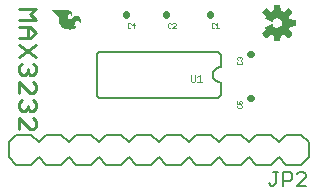
<source format=gbr>
G04 EAGLE Gerber RS-274X export*
G75*
%MOMM*%
%FSLAX34Y34*%
%LPD*%
%INSilkscreen Top*%
%IPPOS*%
%AMOC8*
5,1,8,0,0,1.08239X$1,22.5*%
G01*
%ADD10C,0.254000*%
%ADD11C,0.203200*%
%ADD12C,0.050800*%
%ADD13C,0.558800*%
%ADD14C,0.025400*%
%ADD15C,0.127000*%

G36*
X229215Y104497D02*
X229215Y104497D01*
X229322Y104511D01*
X229334Y104517D01*
X229348Y104519D01*
X229444Y104570D01*
X229541Y104618D01*
X229551Y104628D01*
X229563Y104634D01*
X229637Y104713D01*
X229714Y104790D01*
X229721Y104802D01*
X229730Y104812D01*
X229775Y104911D01*
X229823Y105008D01*
X229827Y105025D01*
X229831Y105034D01*
X229833Y105056D01*
X229853Y105153D01*
X230295Y109504D01*
X231454Y109875D01*
X231472Y109884D01*
X231569Y109922D01*
X232651Y110480D01*
X236041Y107716D01*
X236135Y107662D01*
X236227Y107605D01*
X236240Y107601D01*
X236252Y107595D01*
X236359Y107574D01*
X236465Y107549D01*
X236478Y107550D01*
X236492Y107548D01*
X236599Y107562D01*
X236707Y107573D01*
X236720Y107578D01*
X236734Y107580D01*
X236831Y107628D01*
X236930Y107673D01*
X236943Y107684D01*
X236952Y107689D01*
X236968Y107704D01*
X237044Y107767D01*
X239629Y110352D01*
X239692Y110440D01*
X239759Y110526D01*
X239763Y110539D01*
X239771Y110550D01*
X239803Y110654D01*
X239838Y110757D01*
X239838Y110770D01*
X239842Y110784D01*
X239839Y110892D01*
X239839Y111001D01*
X239835Y111014D01*
X239834Y111028D01*
X239796Y111129D01*
X239762Y111232D01*
X239752Y111247D01*
X239748Y111256D01*
X239734Y111273D01*
X239680Y111355D01*
X236916Y114745D01*
X237473Y115827D01*
X237480Y115846D01*
X237521Y115942D01*
X237892Y117101D01*
X242243Y117543D01*
X242348Y117572D01*
X242453Y117596D01*
X242465Y117603D01*
X242479Y117607D01*
X242569Y117668D01*
X242661Y117725D01*
X242670Y117736D01*
X242681Y117743D01*
X242747Y117830D01*
X242816Y117913D01*
X242821Y117926D01*
X242829Y117937D01*
X242864Y118040D01*
X242902Y118142D01*
X242904Y118159D01*
X242907Y118169D01*
X242907Y118190D01*
X242916Y118289D01*
X242916Y121945D01*
X242899Y122052D01*
X242885Y122159D01*
X242879Y122172D01*
X242877Y122185D01*
X242826Y122281D01*
X242778Y122379D01*
X242768Y122388D01*
X242762Y122401D01*
X242683Y122475D01*
X242606Y122552D01*
X242594Y122558D01*
X242584Y122567D01*
X242485Y122612D01*
X242388Y122661D01*
X242370Y122664D01*
X242362Y122668D01*
X242340Y122670D01*
X242243Y122690D01*
X237892Y123132D01*
X237521Y124292D01*
X237512Y124310D01*
X237473Y124406D01*
X236916Y125488D01*
X239680Y128878D01*
X239734Y128972D01*
X239791Y129064D01*
X239794Y129078D01*
X239801Y129090D01*
X239822Y129196D01*
X239847Y129302D01*
X239845Y129316D01*
X239848Y129329D01*
X239834Y129437D01*
X239823Y129545D01*
X239817Y129557D01*
X239816Y129571D01*
X239767Y129668D01*
X239723Y129767D01*
X239711Y129781D01*
X239707Y129790D01*
X239692Y129805D01*
X239629Y129881D01*
X237044Y132466D01*
X236956Y132530D01*
X236870Y132596D01*
X236857Y132601D01*
X236846Y132609D01*
X236742Y132640D01*
X236639Y132675D01*
X236625Y132675D01*
X236612Y132679D01*
X236504Y132676D01*
X236395Y132676D01*
X236382Y132672D01*
X236368Y132672D01*
X236267Y132633D01*
X236164Y132599D01*
X236149Y132589D01*
X236140Y132586D01*
X236123Y132572D01*
X236041Y132517D01*
X232651Y129753D01*
X231569Y130311D01*
X231550Y130317D01*
X231454Y130358D01*
X230295Y130730D01*
X229853Y135080D01*
X229824Y135185D01*
X229800Y135291D01*
X229792Y135303D01*
X229789Y135316D01*
X229728Y135406D01*
X229671Y135498D01*
X229660Y135507D01*
X229653Y135518D01*
X229566Y135584D01*
X229482Y135653D01*
X229470Y135658D01*
X229459Y135666D01*
X229356Y135701D01*
X229254Y135739D01*
X229237Y135741D01*
X229227Y135744D01*
X229206Y135744D01*
X229107Y135754D01*
X225451Y135754D01*
X225344Y135736D01*
X225237Y135722D01*
X225224Y135716D01*
X225210Y135714D01*
X225115Y135663D01*
X225017Y135615D01*
X225007Y135606D01*
X224995Y135599D01*
X224921Y135520D01*
X224844Y135444D01*
X224838Y135431D01*
X224828Y135421D01*
X224784Y135322D01*
X224735Y135225D01*
X224732Y135208D01*
X224728Y135199D01*
X224725Y135177D01*
X224706Y135080D01*
X224263Y130730D01*
X223104Y130358D01*
X223086Y130349D01*
X222989Y130311D01*
X221907Y129753D01*
X218518Y132517D01*
X218424Y132571D01*
X218331Y132629D01*
X218318Y132632D01*
X218306Y132639D01*
X218200Y132659D01*
X218094Y132684D01*
X218080Y132683D01*
X218067Y132686D01*
X217959Y132671D01*
X217851Y132661D01*
X217838Y132655D01*
X217825Y132653D01*
X217728Y132605D01*
X217629Y132560D01*
X217615Y132549D01*
X217606Y132544D01*
X217591Y132529D01*
X217514Y132466D01*
X214929Y129881D01*
X214866Y129793D01*
X214800Y129707D01*
X214795Y129694D01*
X214787Y129683D01*
X214756Y129580D01*
X214720Y129477D01*
X214720Y129463D01*
X214716Y129450D01*
X214720Y129341D01*
X214719Y129233D01*
X214724Y129220D01*
X214724Y129206D01*
X214763Y129104D01*
X214797Y129001D01*
X214807Y128987D01*
X214810Y128977D01*
X214824Y128960D01*
X214879Y128878D01*
X217642Y125488D01*
X217085Y124407D01*
X217068Y124354D01*
X217042Y124305D01*
X217031Y124239D01*
X217010Y124175D01*
X217011Y124119D01*
X217002Y124064D01*
X217013Y123998D01*
X217014Y123931D01*
X217033Y123878D01*
X217042Y123823D01*
X217073Y123764D01*
X217096Y123701D01*
X217130Y123657D01*
X217156Y123608D01*
X217205Y123562D01*
X217247Y123509D01*
X217294Y123479D01*
X217334Y123441D01*
X217439Y123385D01*
X217452Y123377D01*
X217457Y123375D01*
X217464Y123371D01*
X222661Y121218D01*
X222761Y121195D01*
X222860Y121167D01*
X222880Y121168D01*
X222899Y121163D01*
X223001Y121173D01*
X223103Y121178D01*
X223122Y121185D01*
X223142Y121187D01*
X223235Y121229D01*
X223331Y121266D01*
X223346Y121279D01*
X223364Y121287D01*
X223439Y121357D01*
X223517Y121423D01*
X223532Y121445D01*
X223542Y121454D01*
X223554Y121476D01*
X223602Y121545D01*
X224097Y122429D01*
X224725Y123108D01*
X225493Y123622D01*
X226361Y123942D01*
X227278Y124050D01*
X228214Y123937D01*
X229095Y123605D01*
X229872Y123074D01*
X230500Y122373D01*
X230944Y121542D01*
X231177Y120630D01*
X231187Y119689D01*
X230974Y118772D01*
X230548Y117933D01*
X229935Y117218D01*
X229170Y116670D01*
X228296Y116319D01*
X227364Y116186D01*
X226428Y116278D01*
X225540Y116590D01*
X224751Y117104D01*
X224107Y117791D01*
X223601Y118690D01*
X223537Y118770D01*
X223478Y118852D01*
X223461Y118864D01*
X223448Y118881D01*
X223363Y118935D01*
X223280Y118994D01*
X223260Y119000D01*
X223242Y119012D01*
X223144Y119036D01*
X223047Y119065D01*
X223026Y119065D01*
X223005Y119070D01*
X222904Y119061D01*
X222803Y119058D01*
X222777Y119050D01*
X222762Y119048D01*
X222740Y119039D01*
X222661Y119015D01*
X217464Y116862D01*
X217417Y116833D01*
X217366Y116812D01*
X217314Y116768D01*
X217257Y116733D01*
X217222Y116690D01*
X217180Y116654D01*
X217145Y116596D01*
X217102Y116544D01*
X217083Y116492D01*
X217054Y116445D01*
X217040Y116379D01*
X217016Y116316D01*
X217015Y116260D01*
X217003Y116206D01*
X217011Y116139D01*
X217008Y116072D01*
X217024Y116019D01*
X217031Y115964D01*
X217075Y115853D01*
X217079Y115839D01*
X217082Y115835D01*
X217085Y115826D01*
X217642Y114745D01*
X214879Y111355D01*
X214825Y111261D01*
X214767Y111169D01*
X214764Y111155D01*
X214757Y111143D01*
X214736Y111037D01*
X214712Y110931D01*
X214713Y110917D01*
X214710Y110904D01*
X214725Y110796D01*
X214735Y110688D01*
X214741Y110676D01*
X214743Y110662D01*
X214791Y110565D01*
X214836Y110466D01*
X214847Y110452D01*
X214851Y110444D01*
X214867Y110428D01*
X214929Y110352D01*
X217514Y107767D01*
X217603Y107703D01*
X217688Y107637D01*
X217702Y107633D01*
X217713Y107625D01*
X217816Y107593D01*
X217919Y107558D01*
X217933Y107558D01*
X217946Y107554D01*
X218054Y107557D01*
X218163Y107557D01*
X218176Y107561D01*
X218190Y107562D01*
X218292Y107600D01*
X218395Y107634D01*
X218409Y107644D01*
X218419Y107648D01*
X218435Y107661D01*
X218518Y107716D01*
X221907Y110480D01*
X222989Y109922D01*
X223009Y109916D01*
X223104Y109875D01*
X224263Y109504D01*
X224706Y105153D01*
X224734Y105048D01*
X224759Y104942D01*
X224766Y104931D01*
X224770Y104917D01*
X224830Y104827D01*
X224887Y104735D01*
X224898Y104726D01*
X224906Y104715D01*
X224992Y104649D01*
X225076Y104580D01*
X225089Y104575D01*
X225100Y104567D01*
X225203Y104532D01*
X225304Y104494D01*
X225322Y104492D01*
X225331Y104489D01*
X225353Y104489D01*
X225451Y104479D01*
X229107Y104479D01*
X229215Y104497D01*
G37*
G36*
X51711Y114516D02*
X51711Y114516D01*
X51711Y114515D01*
X53311Y114815D01*
X53312Y114816D01*
X53312Y114815D01*
X54812Y115315D01*
X54812Y115316D01*
X54813Y115316D01*
X55913Y116016D01*
X55914Y116016D01*
X56814Y116816D01*
X56814Y116817D01*
X56815Y116817D01*
X57315Y117617D01*
X57314Y117619D01*
X57315Y117619D01*
X57314Y117621D01*
X57314Y117624D01*
X57312Y117624D01*
X57310Y117625D01*
X56411Y117625D01*
X56112Y117725D01*
X55913Y117824D01*
X55615Y118123D01*
X55515Y118421D01*
X55515Y118719D01*
X55715Y119518D01*
X55915Y119918D01*
X56114Y120217D01*
X56414Y120617D01*
X57014Y121216D01*
X57313Y121416D01*
X57612Y121615D01*
X58011Y121715D01*
X58610Y121715D01*
X58908Y121615D01*
X59108Y121516D01*
X59407Y121316D01*
X59706Y120917D01*
X59906Y120518D01*
X60006Y120019D01*
X60105Y119619D01*
X60105Y119021D01*
X60006Y118822D01*
X60006Y118821D01*
X60005Y118820D01*
X60005Y118720D01*
X60007Y118719D01*
X60006Y118717D01*
X60008Y118717D01*
X60010Y118715D01*
X60012Y118717D01*
X60014Y118716D01*
X60114Y118816D01*
X60114Y118817D01*
X60414Y119217D01*
X60414Y119218D01*
X60415Y119218D01*
X61115Y120618D01*
X61115Y120619D01*
X61315Y121519D01*
X61315Y121520D01*
X61315Y122520D01*
X61315Y122521D01*
X61115Y123621D01*
X61114Y123622D01*
X61115Y123622D01*
X60515Y124722D01*
X60514Y124723D01*
X59814Y125623D01*
X59813Y125623D01*
X59813Y125624D01*
X59013Y126124D01*
X59012Y126124D01*
X59012Y126125D01*
X58112Y126425D01*
X58111Y126424D01*
X58110Y126425D01*
X57310Y126425D01*
X57309Y126425D01*
X56409Y126225D01*
X56409Y126224D01*
X56408Y126224D01*
X55508Y125724D01*
X55507Y125724D01*
X54707Y125024D01*
X53807Y124224D01*
X53108Y123524D01*
X52310Y123225D01*
X51611Y123225D01*
X51013Y123424D01*
X50514Y123823D01*
X50115Y124422D01*
X49915Y125221D01*
X49915Y126020D01*
X50015Y126519D01*
X50215Y127017D01*
X50814Y127616D01*
X51113Y127816D01*
X51411Y127915D01*
X51810Y127915D01*
X52108Y127816D01*
X52307Y127616D01*
X52507Y127416D01*
X52706Y127217D01*
X52806Y126918D01*
X53006Y126518D01*
X53007Y126517D01*
X53007Y126516D01*
X53107Y126416D01*
X53108Y126416D01*
X53109Y126416D01*
X53110Y126415D01*
X53112Y126416D01*
X53113Y126416D01*
X53114Y126417D01*
X53115Y126418D01*
X53315Y126818D01*
X53314Y126819D01*
X53315Y126820D01*
X53315Y128020D01*
X53315Y128021D01*
X53215Y128621D01*
X53115Y129121D01*
X53115Y129122D01*
X52915Y129622D01*
X52914Y129622D01*
X52914Y129623D01*
X52614Y130023D01*
X52214Y130523D01*
X52213Y130523D01*
X52213Y130524D01*
X51213Y131124D01*
X51212Y131124D01*
X51212Y131125D01*
X50512Y131325D01*
X50511Y131325D01*
X49711Y131425D01*
X49710Y131425D01*
X35910Y131425D01*
X35905Y131421D01*
X35910Y131415D01*
X36008Y131415D01*
X36507Y130916D01*
X36508Y130916D01*
X37007Y130616D01*
X37507Y130116D01*
X38107Y129616D01*
X39307Y128416D01*
X40707Y127216D01*
X41706Y126217D01*
X42006Y125717D01*
X42306Y125218D01*
X42405Y124620D01*
X42405Y122720D01*
X42406Y122720D01*
X42405Y122719D01*
X42605Y121519D01*
X42606Y121519D01*
X42906Y120419D01*
X42906Y120418D01*
X43306Y119418D01*
X43306Y119417D01*
X43906Y118417D01*
X43907Y118417D01*
X44607Y117617D01*
X44607Y117616D01*
X45407Y116816D01*
X46307Y116116D01*
X46308Y116116D01*
X48108Y115116D01*
X48109Y115116D01*
X48109Y115115D01*
X50009Y114615D01*
X50010Y114616D01*
X50010Y114615D01*
X51710Y114515D01*
X51711Y114516D01*
G37*
D10*
X8890Y132080D02*
X23126Y132080D01*
X18381Y127335D01*
X23126Y122589D01*
X8890Y122589D01*
X8890Y116644D02*
X18381Y116644D01*
X23126Y111899D01*
X18381Y107153D01*
X8890Y107153D01*
X16008Y107153D02*
X16008Y116644D01*
X23126Y101208D02*
X8890Y91717D01*
X8890Y101208D02*
X23126Y91717D01*
X20753Y85772D02*
X23126Y83399D01*
X23126Y78654D01*
X20753Y76281D01*
X18381Y76281D01*
X16008Y78654D01*
X16008Y81026D01*
X16008Y78654D02*
X13635Y76281D01*
X11263Y76281D01*
X8890Y78654D01*
X8890Y83399D01*
X11263Y85772D01*
X8890Y70336D02*
X8890Y60845D01*
X8890Y70336D02*
X18381Y60845D01*
X20753Y60845D01*
X23126Y63218D01*
X23126Y67963D01*
X20753Y70336D01*
X20753Y54900D02*
X23126Y52527D01*
X23126Y47782D01*
X20753Y45409D01*
X18381Y45409D01*
X16008Y47782D01*
X16008Y50154D01*
X16008Y47782D02*
X13635Y45409D01*
X11263Y45409D01*
X8890Y47782D01*
X8890Y52527D01*
X11263Y54900D01*
X8890Y39464D02*
X8890Y29973D01*
X8890Y39464D02*
X18381Y29973D01*
X20753Y29973D01*
X23126Y32346D01*
X23126Y37091D01*
X20753Y39464D01*
D11*
X78232Y56737D02*
X175768Y56737D01*
X77232Y95663D02*
X77119Y95644D01*
X77007Y95622D01*
X76896Y95595D01*
X76786Y95565D01*
X76677Y95530D01*
X76569Y95492D01*
X76462Y95451D01*
X76357Y95406D01*
X76254Y95357D01*
X76152Y95305D01*
X76052Y95249D01*
X75954Y95190D01*
X75859Y95128D01*
X75765Y95062D01*
X75674Y94993D01*
X75585Y94922D01*
X75498Y94847D01*
X75414Y94769D01*
X75333Y94689D01*
X75255Y94605D01*
X75179Y94519D01*
X75107Y94431D01*
X75038Y94340D01*
X74971Y94247D01*
X74908Y94152D01*
X74848Y94054D01*
X74792Y93955D01*
X74739Y93854D01*
X74690Y93750D01*
X74644Y93646D01*
X74601Y93540D01*
X74563Y93432D01*
X74528Y93323D01*
X74496Y93213D01*
X74469Y93102D01*
X74445Y92990D01*
X74425Y92878D01*
X74409Y92765D01*
X74397Y92651D01*
X74389Y92537D01*
X74385Y92423D01*
X74384Y92308D01*
X74388Y92194D01*
X74395Y92080D01*
X74406Y91966D01*
X74422Y91853D01*
X175768Y56737D02*
X175898Y56754D01*
X176027Y56775D01*
X176156Y56800D01*
X176284Y56828D01*
X176411Y56861D01*
X176537Y56897D01*
X176662Y56938D01*
X176785Y56982D01*
X176907Y57029D01*
X177028Y57081D01*
X177147Y57135D01*
X177264Y57194D01*
X177379Y57256D01*
X177493Y57321D01*
X177605Y57390D01*
X177714Y57463D01*
X177821Y57538D01*
X177926Y57617D01*
X178028Y57699D01*
X178128Y57784D01*
X178225Y57871D01*
X178320Y57962D01*
X178412Y58056D01*
X178501Y58152D01*
X178587Y58251D01*
X178669Y58352D01*
X178749Y58456D01*
X178826Y58563D01*
X178899Y58671D01*
X178969Y58782D01*
X179036Y58895D01*
X179099Y59010D01*
X179159Y59126D01*
X179215Y59245D01*
X179268Y59365D01*
X179317Y59486D01*
X179362Y59609D01*
X179404Y59734D01*
X179442Y59859D01*
X179475Y59986D01*
X179506Y60113D01*
X179532Y60242D01*
X179554Y60371D01*
X179573Y60501D01*
X179587Y60631D01*
X179598Y60762D01*
X179604Y60893D01*
X179607Y61024D01*
X179606Y61155D01*
X179600Y61286D01*
X179591Y61416D01*
X179578Y61547D01*
X78232Y56737D02*
X78110Y56739D01*
X77988Y56745D01*
X77866Y56755D01*
X77745Y56768D01*
X77624Y56786D01*
X77504Y56807D01*
X77384Y56832D01*
X77265Y56861D01*
X77148Y56894D01*
X77031Y56931D01*
X76916Y56971D01*
X76802Y57015D01*
X76690Y57063D01*
X76579Y57114D01*
X76470Y57169D01*
X76362Y57227D01*
X76257Y57289D01*
X76153Y57354D01*
X76052Y57422D01*
X75953Y57493D01*
X75856Y57568D01*
X75762Y57646D01*
X75670Y57726D01*
X75581Y57810D01*
X75495Y57896D01*
X75411Y57985D01*
X75331Y58077D01*
X75253Y58171D01*
X75178Y58268D01*
X75107Y58367D01*
X75039Y58468D01*
X74974Y58572D01*
X74912Y58677D01*
X74854Y58785D01*
X74799Y58894D01*
X74748Y59005D01*
X74700Y59117D01*
X74656Y59231D01*
X74616Y59346D01*
X74579Y59463D01*
X74546Y59580D01*
X74517Y59699D01*
X74492Y59819D01*
X74471Y59939D01*
X74453Y60060D01*
X74440Y60181D01*
X74430Y60303D01*
X74424Y60425D01*
X74422Y60547D01*
X175767Y95663D02*
X175881Y95678D01*
X175995Y95690D01*
X176109Y95697D01*
X176223Y95701D01*
X176337Y95700D01*
X176452Y95696D01*
X176566Y95688D01*
X176679Y95676D01*
X176792Y95660D01*
X176905Y95640D01*
X177017Y95616D01*
X177128Y95589D01*
X177238Y95558D01*
X177347Y95523D01*
X177454Y95484D01*
X177561Y95442D01*
X177665Y95396D01*
X177768Y95346D01*
X177870Y95293D01*
X177969Y95237D01*
X178067Y95177D01*
X178162Y95114D01*
X178255Y95048D01*
X178346Y94978D01*
X178434Y94906D01*
X178520Y94830D01*
X178603Y94752D01*
X178684Y94671D01*
X178762Y94587D01*
X178836Y94501D01*
X178908Y94412D01*
X178977Y94320D01*
X179043Y94227D01*
X179105Y94131D01*
X179164Y94033D01*
X179220Y93933D01*
X179272Y93831D01*
X179320Y93728D01*
X179366Y93623D01*
X179407Y93516D01*
X179445Y93408D01*
X179479Y93299D01*
X179509Y93189D01*
X179536Y93078D01*
X179559Y92966D01*
X179578Y92853D01*
X175768Y95663D02*
X77232Y95663D01*
X74422Y91853D02*
X74422Y60547D01*
X179070Y70104D02*
X178912Y70106D01*
X178753Y70112D01*
X178595Y70122D01*
X178438Y70136D01*
X178280Y70153D01*
X178124Y70175D01*
X177967Y70200D01*
X177812Y70230D01*
X177657Y70263D01*
X177503Y70300D01*
X177350Y70341D01*
X177198Y70386D01*
X177048Y70435D01*
X176898Y70487D01*
X176750Y70543D01*
X176603Y70603D01*
X176458Y70666D01*
X176315Y70733D01*
X176173Y70803D01*
X176033Y70877D01*
X175895Y70955D01*
X175759Y71036D01*
X175625Y71120D01*
X175493Y71207D01*
X175363Y71298D01*
X175236Y71392D01*
X175111Y71489D01*
X174988Y71590D01*
X174868Y71693D01*
X174751Y71799D01*
X174636Y71908D01*
X174524Y72020D01*
X174415Y72135D01*
X174309Y72252D01*
X174206Y72372D01*
X174105Y72495D01*
X174008Y72620D01*
X173914Y72747D01*
X173823Y72877D01*
X173736Y73009D01*
X173652Y73143D01*
X173571Y73279D01*
X173493Y73417D01*
X173419Y73557D01*
X173349Y73699D01*
X173282Y73842D01*
X173219Y73987D01*
X173159Y74134D01*
X173103Y74282D01*
X173051Y74432D01*
X173002Y74582D01*
X172957Y74734D01*
X172916Y74887D01*
X172879Y75041D01*
X172846Y75196D01*
X172816Y75351D01*
X172791Y75508D01*
X172769Y75664D01*
X172752Y75822D01*
X172738Y75979D01*
X172728Y76137D01*
X172722Y76296D01*
X172720Y76454D01*
X172722Y76612D01*
X172728Y76771D01*
X172738Y76929D01*
X172752Y77086D01*
X172769Y77244D01*
X172791Y77400D01*
X172816Y77557D01*
X172846Y77712D01*
X172879Y77867D01*
X172916Y78021D01*
X172957Y78174D01*
X173002Y78326D01*
X173051Y78476D01*
X173103Y78626D01*
X173159Y78774D01*
X173219Y78921D01*
X173282Y79066D01*
X173349Y79209D01*
X173419Y79351D01*
X173493Y79491D01*
X173571Y79629D01*
X173652Y79765D01*
X173736Y79899D01*
X173823Y80031D01*
X173914Y80161D01*
X174008Y80288D01*
X174105Y80413D01*
X174206Y80536D01*
X174309Y80656D01*
X174415Y80773D01*
X174524Y80888D01*
X174636Y81000D01*
X174751Y81109D01*
X174868Y81215D01*
X174988Y81318D01*
X175111Y81419D01*
X175236Y81516D01*
X175363Y81610D01*
X175493Y81701D01*
X175625Y81788D01*
X175759Y81872D01*
X175895Y81953D01*
X176033Y82031D01*
X176173Y82105D01*
X176315Y82175D01*
X176458Y82242D01*
X176603Y82305D01*
X176750Y82365D01*
X176898Y82421D01*
X177048Y82473D01*
X177198Y82522D01*
X177350Y82567D01*
X177503Y82608D01*
X177657Y82645D01*
X177812Y82678D01*
X177967Y82708D01*
X178124Y82733D01*
X178280Y82755D01*
X178438Y82772D01*
X178595Y82786D01*
X178753Y82796D01*
X178912Y82802D01*
X179070Y82804D01*
X179578Y70104D02*
X179578Y61674D01*
X179578Y82804D02*
X179578Y92853D01*
D12*
X154128Y75951D02*
X154128Y71290D01*
X155060Y70358D01*
X156924Y70358D01*
X157856Y71290D01*
X157856Y75951D01*
X159741Y74087D02*
X161605Y75951D01*
X161605Y70358D01*
X159741Y70358D02*
X163469Y70358D01*
D13*
X170180Y126695D02*
X170180Y127305D01*
D14*
X173619Y119891D02*
X174255Y119256D01*
X173619Y119891D02*
X172348Y119891D01*
X171713Y119256D01*
X171713Y116714D01*
X172348Y116078D01*
X173619Y116078D01*
X174255Y116714D01*
X175455Y118620D02*
X176726Y119891D01*
X176726Y116078D01*
X175455Y116078D02*
X177997Y116078D01*
D13*
X133350Y126695D02*
X133350Y127305D01*
D14*
X136789Y119891D02*
X137425Y119256D01*
X136789Y119891D02*
X135518Y119891D01*
X134883Y119256D01*
X134883Y116714D01*
X135518Y116078D01*
X136789Y116078D01*
X137425Y116714D01*
X138625Y116078D02*
X141167Y116078D01*
X138625Y116078D02*
X141167Y118620D01*
X141167Y119256D01*
X140532Y119891D01*
X139260Y119891D01*
X138625Y119256D01*
D13*
X204241Y93878D02*
X204851Y93878D01*
D14*
X194257Y87658D02*
X193621Y87022D01*
X193621Y85751D01*
X194257Y85115D01*
X196799Y85115D01*
X197434Y85751D01*
X197434Y87022D01*
X196799Y87658D01*
X194257Y88857D02*
X193621Y89493D01*
X193621Y90764D01*
X194257Y91400D01*
X194892Y91400D01*
X195528Y90764D01*
X195528Y90129D01*
X195528Y90764D02*
X196163Y91400D01*
X196799Y91400D01*
X197434Y90764D01*
X197434Y89493D01*
X196799Y88857D01*
D13*
X99060Y126695D02*
X99060Y127305D01*
D14*
X102499Y119891D02*
X103135Y119256D01*
X102499Y119891D02*
X101228Y119891D01*
X100593Y119256D01*
X100593Y116714D01*
X101228Y116078D01*
X102499Y116078D01*
X103135Y116714D01*
X106242Y116078D02*
X106242Y119891D01*
X104335Y117985D01*
X106877Y117985D01*
D11*
X95250Y0D02*
X82550Y0D01*
X76200Y6350D01*
X76200Y19050D02*
X82550Y25400D01*
X120650Y0D02*
X127000Y6350D01*
X120650Y0D02*
X107950Y0D01*
X101600Y6350D01*
X101600Y19050D02*
X107950Y25400D01*
X120650Y25400D01*
X127000Y19050D01*
X101600Y6350D02*
X95250Y0D01*
X101600Y19050D02*
X95250Y25400D01*
X82550Y25400D01*
X158750Y0D02*
X171450Y0D01*
X158750Y0D02*
X152400Y6350D01*
X152400Y19050D02*
X158750Y25400D01*
X152400Y6350D02*
X146050Y0D01*
X133350Y0D01*
X127000Y6350D01*
X127000Y19050D02*
X133350Y25400D01*
X146050Y25400D01*
X152400Y19050D01*
X196850Y0D02*
X203200Y6350D01*
X196850Y0D02*
X184150Y0D01*
X177800Y6350D01*
X177800Y19050D02*
X184150Y25400D01*
X196850Y25400D01*
X203200Y19050D01*
X177800Y6350D02*
X171450Y0D01*
X177800Y19050D02*
X171450Y25400D01*
X158750Y25400D01*
X234950Y0D02*
X247650Y0D01*
X234950Y0D02*
X228600Y6350D01*
X228600Y19050D02*
X234950Y25400D01*
X228600Y6350D02*
X222250Y0D01*
X209550Y0D01*
X203200Y6350D01*
X203200Y19050D02*
X209550Y25400D01*
X222250Y25400D01*
X228600Y19050D01*
X254000Y19050D02*
X254000Y6350D01*
X247650Y0D01*
X254000Y19050D02*
X247650Y25400D01*
X234950Y25400D01*
X69850Y0D02*
X57150Y0D01*
X50800Y6350D01*
X50800Y19050D02*
X57150Y25400D01*
X76200Y6350D02*
X69850Y0D01*
X76200Y19050D02*
X69850Y25400D01*
X57150Y25400D01*
X44450Y0D02*
X31750Y0D01*
X25400Y6350D01*
X25400Y19050D02*
X31750Y25400D01*
X50800Y6350D02*
X44450Y0D01*
X50800Y19050D02*
X44450Y25400D01*
X31750Y25400D01*
X19050Y0D02*
X6350Y0D01*
X0Y6350D01*
X0Y19050D01*
X6350Y25400D01*
X25400Y6350D02*
X19050Y0D01*
X25400Y19050D02*
X19050Y25400D01*
X6350Y25400D01*
D15*
X220315Y-15746D02*
X222222Y-17653D01*
X224128Y-17653D01*
X226035Y-15746D01*
X226035Y-6213D01*
X224128Y-6213D02*
X227942Y-6213D01*
X232009Y-6213D02*
X232009Y-17653D01*
X232009Y-6213D02*
X237729Y-6213D01*
X239636Y-8120D01*
X239636Y-11933D01*
X237729Y-13840D01*
X232009Y-13840D01*
X243703Y-17653D02*
X251329Y-17653D01*
X243703Y-17653D02*
X251329Y-10027D01*
X251329Y-8120D01*
X249423Y-6213D01*
X245610Y-6213D01*
X243703Y-8120D01*
D13*
X204826Y56693D02*
X204216Y56693D01*
D14*
X194231Y50472D02*
X193596Y49836D01*
X193596Y48565D01*
X194231Y47930D01*
X196773Y47930D01*
X197409Y48565D01*
X197409Y49836D01*
X196773Y50472D01*
X193596Y51672D02*
X193596Y54214D01*
X193596Y51672D02*
X195502Y51672D01*
X194867Y52943D01*
X194867Y53578D01*
X195502Y54214D01*
X196773Y54214D01*
X197409Y53578D01*
X197409Y52307D01*
X196773Y51672D01*
M02*

</source>
